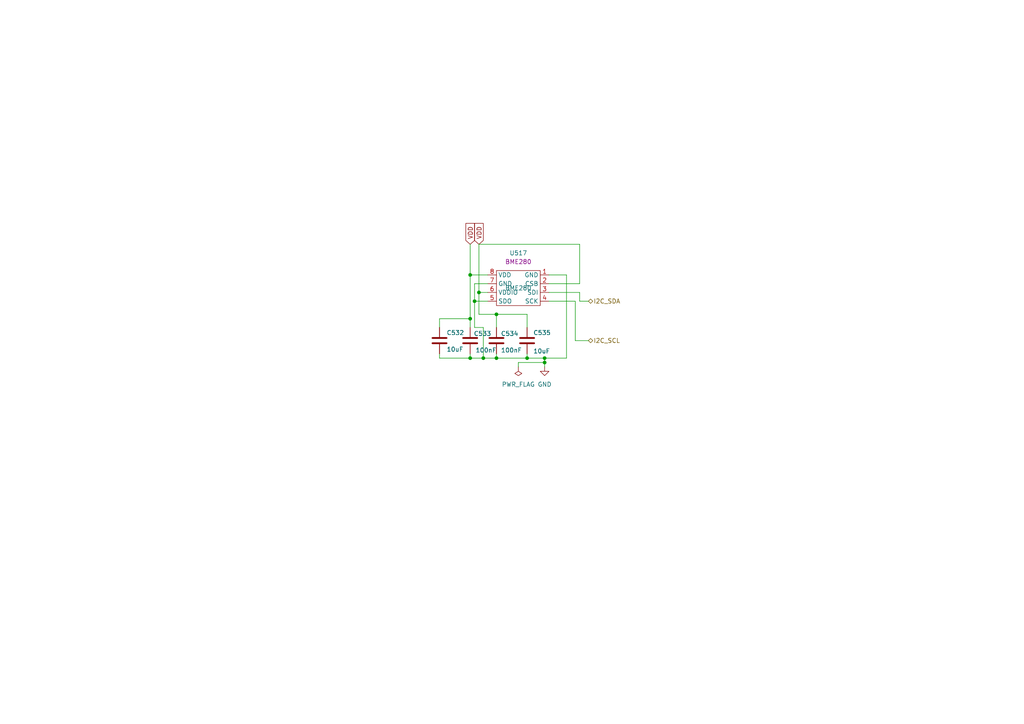
<source format=kicad_sch>
(kicad_sch (version 20231120) (generator "eeschema") (generator_version "8.0")
  (paper "A4")
  (lib_symbols
    (symbol "Device:C" (pin_numbers hide) (pin_names (offset 0.254))
      (property "Reference" "C" (at 0.635 2.54 0))
      (property "Value" "C" (at 0.635 -2.54 0))
      (symbol "C_0_1"
        (polyline (pts (xy -2.032 -0.762) (xy 2.032 -0.762)) (stroke (width 0.508)))
        (polyline (pts (xy -2.032 0.762) (xy 2.032 0.762)) (stroke (width 0.508)))
      )
      (symbol "C_1_1"
        (pin passive line (at 0 3.81 270) (length 2.794) (name "~") (number "1"))
        (pin passive line (at 0 -3.81 90) (length 2.794) (name "~") (number "2"))
      )
    )
    (symbol "WOBCLibrary:BME280"
      (property "Reference" "U" (at 0 10.16 0))
      (property "シンボル名" "BME280" (at 0 7.62 0))
      (symbol "BME280_0_1"
        (rectangle (start -6.35 5.08) (end 6.35 -5.08))
      )
      (symbol "BME280_1_1"
        (pin input line (at 8.89 3.81 180) (length 2.54) (name "GND") (number "1"))
        (pin input line (at 8.89 1.27 180) (length 2.54) (name "CSB") (number "2"))
        (pin input line (at 8.89 -1.27 180) (length 2.54) (name "SDI") (number "3"))
        (pin input line (at 8.89 -3.81 180) (length 2.54) (name "SCK") (number "4"))
        (pin input line (at -8.89 -3.81 0) (length 2.54) (name "SDO") (number "5"))
        (pin input line (at -8.89 -1.27 0) (length 2.54) (name "VDDIO") (number "6"))
        (pin input line (at -8.89 1.27 0) (length 2.54) (name "GND") (number "7"))
        (pin input line (at -8.89 3.81 0) (length 2.54) (name "VDD") (number "8"))
      )
    )
    (symbol "power:GND" (power) (pin_names (offset 0))
      (property "Value" "GND" (at 0 -3.81 0))
      (symbol "GND_0_1"
        (polyline (pts (xy 0 0) (xy 0 -1.27) (xy 1.27 -1.27) (xy 0 -2.54) (xy -1.27 -1.27) (xy 0 -1.27)))
      )
      (symbol "GND_1_1"
        (pin power_in line (at 0 0 270) (length 0) hide (name "GND") (number "1"))
      )
    )
    (symbol "power:PWR_FLAG" (power) (pin_numbers hide) (pin_names (offset 0) hide)
      (property "Value" "PWR_FLAG" (at 0 3.81 0))
      (symbol "PWR_FLAG_0_0"
        (pin power_out line (at 0 0 90) (length 0) (name "pwr") (number "1"))
      )
      (symbol "PWR_FLAG_0_1"
        (polyline (pts (xy 0 0) (xy 0 1.27) (xy -1.016 1.905) (xy 0 2.54) (xy 1.016 1.905) (xy 0 1.27)))
      )
    )
  )
  (junction (at 152.8806 103.8726))
  (junction (at 157.9606 105.1426))
  (junction (at 157.9606 103.8726))
  (junction (at 140.1806 103.8726))
  (junction (at 143.9906 103.8726))
  (junction (at 137.6406 87.3626))
  (junction (at 136.3706 79.7426))
  (junction (at 138.9106 84.8226))
  (junction (at 136.3706 103.8726))
  (junction (at 143.9906 91.1726))
  (junction (at 136.3706 92.4426))
  (wire (pts (xy 137.6406 94.9826) (xy 140.1806 94.9826)))
  (wire (pts (xy 137.6406 87.3626) (xy 141.4506 87.3626)))
  (wire (pts (xy 152.8806 91.1726) (xy 143.9906 91.1726)))
  (wire (pts (xy 138.9106 84.8226) (xy 141.4506 84.8226)))
  (wire (pts (xy 168.1206 84.8226) (xy 168.1206 87.3626)))
  (wire (pts (xy 166.8506 98.7926) (xy 170.6606 98.7926)))
  (wire (pts (xy 136.3706 92.4426) (xy 136.3706 94.9826)))
  (wire (pts (xy 127.4806 92.4426) (xy 136.3706 92.4426)))
  (wire (pts (xy 143.9906 91.1726) (xy 143.9906 94.9826)))
  (wire (pts (xy 150.3406 106.4126) (xy 150.3406 105.1426)))
  (wire (pts (xy 159.2306 84.8226) (xy 168.1206 84.8226)))
  (wire (pts (xy 138.9106 91.1726) (xy 143.9906 91.1726)))
  (wire (pts (xy 136.3706 79.7426) (xy 136.3706 92.4426)))
  (wire (pts (xy 152.8806 94.9826) (xy 152.8806 91.1726)))
  (wire (pts (xy 137.6406 82.2826) (xy 137.6406 87.3626)))
  (wire (pts (xy 138.9106 70.8526) (xy 138.9106 84.8226)))
  (wire (pts (xy 127.4806 103.8726) (xy 136.3706 103.8726)))
  (wire (pts (xy 143.9906 102.6026) (xy 143.9906 103.8726)))
  (wire (pts (xy 137.6406 87.3626) (xy 137.6406 94.9826)))
  (wire (pts (xy 150.3406 105.1426) (xy 157.9606 105.1426)))
  (wire (pts (xy 138.9106 84.8226) (xy 138.9106 91.1726)))
  (wire (pts (xy 136.3706 70.8526) (xy 136.3706 79.7426)))
  (wire (pts (xy 157.9606 103.8726) (xy 164.3106 103.8726)))
  (wire (pts (xy 168.1206 70.8526) (xy 168.1206 82.2826)))
  (wire (pts (xy 140.1806 103.8726) (xy 143.9906 103.8726)))
  (wire (pts (xy 159.2306 87.3626) (xy 166.8506 87.3626)))
  (wire (pts (xy 164.3106 103.8726) (xy 164.3106 79.7426)))
  (wire (pts (xy 152.8806 102.6026) (xy 152.8806 103.8726)))
  (wire (pts (xy 168.1206 82.2826) (xy 159.2306 82.2826)))
  (wire (pts (xy 138.9106 70.8526) (xy 168.1206 70.8526)))
  (wire (pts (xy 164.3106 79.7426) (xy 159.2306 79.7426)))
  (wire (pts (xy 141.4506 82.2826) (xy 137.6406 82.2826)))
  (wire (pts (xy 152.8806 103.8726) (xy 157.9606 103.8726)))
  (wire (pts (xy 157.9606 105.1426) (xy 157.9606 106.4126)))
  (wire (pts (xy 143.9906 103.8726) (xy 152.8806 103.8726)))
  (wire (pts (xy 127.4806 94.9826) (xy 127.4806 92.4426)))
  (wire (pts (xy 136.3706 102.6026) (xy 136.3706 103.8726)))
  (wire (pts (xy 157.9606 103.8726) (xy 157.9606 105.1426)))
  (wire (pts (xy 136.3706 103.8726) (xy 140.1806 103.8726)))
  (wire (pts (xy 140.1806 94.9826) (xy 140.1806 103.8726)))
  (wire (pts (xy 168.1206 87.3626) (xy 170.6606 87.3626)))
  (wire (pts (xy 166.8506 87.3626) (xy 166.8506 98.7926)))
  (wire (pts (xy 136.3706 79.7426) (xy 141.4506 79.7426)))
  (wire (pts (xy 127.4806 102.6026) (xy 127.4806 103.8726)))
  (global_label "VDD" (shape input) (at 136.3706 70.8526 90) (property "Intersheetrefs" "${INTERSHEET_REFS}" (effects (hide yes))))
  (global_label "VDD" (shape input) (at 138.9106 70.8526 90) (property "Intersheetrefs" "${INTERSHEET_REFS}" (effects (hide yes))))
  (hierarchical_label "I2C_SCL" (shape bidirectional) (at 170.6606 98.7926 0))
  (hierarchical_label "I2C_SDA" (shape bidirectional) (at 170.6606 87.3626 0))
  (symbol (lib_id "power:PWR_FLAG") (at 150.3406 106.4126 180) (unit 1)
    (property "Reference" "#FLG0501" (effects (hide yes)))
    (property "Value" "PWR_FLAG" (at 150.3406 111.4926 0))
    (instances (project "MissionBus" (path "" (reference "#FLG0501") (unit 1))) (project "MissionBus" (path "" (reference "#FLG03001") (unit 1))))
  )
  (symbol (lib_id "Device:C") (at 127.4806 98.7926 0) (unit 1)
    (property "Reference" "C532" (at 129.5126 96.5066 0) (effects (justify left)))
    (property "Value" "10uF" (at 129.5126 101.3326 0) (effects (justify left)))
    (property "Footprint" "Capacitor_SMD:C_0603_1608Metric" (effects (hide yes)))
    (property "LCSC" "C96446" (effects (hide yes)))
    (instances (project "MissionBus" (path "" (reference "C532") (unit 1))) (project "MissionBus" (path "" (reference "C3001") (unit 1))))
  )
  (symbol (lib_id "Device:C") (at 136.3706 98.7926 0) (unit 1)
    (property "Reference" "C533" (at 137.3866 96.7606 0) (effects (justify left)))
    (property "Value" "100nF" (at 137.8946 101.5866 0) (effects (justify left)))
    (property "Footprint" "Capacitor_SMD:C_0402_1005Metric" (effects (hide yes)))
    (property "LCSC" "C1525" (effects (hide yes)))
    (instances (project "MissionBus" (path "" (reference "C533") (unit 1))) (project "MissionBus" (path "" (reference "C3002") (unit 1))))
  )
  (symbol (lib_id "WOBCLibrary:BME280") (at 150.3406 83.5526 0) (unit 1)
    (property "Reference" "U517" (at 150.3406 73.3926 0))
    (property "Value" "BME280" (at 150.3406 83.5526 0))
    (property "Footprint" "WOBCLibrary:BME280" (effects (hide yes)))
    (property "シンボル名" "BME280" (at 150.3406 75.9326 0))
    (property "LCSC" "C92489" (effects (hide yes)))
    (instances (project "MissionBus" (path "" (reference "U517") (unit 1))) (project "MissionBus" (path "" (reference "U3001") (unit 1))))
  )
  (symbol (lib_id "power:GND") (at 157.9606 106.4126 0) (unit 1)
    (property "Reference" "#PWR0589" (effects (hide yes)))
    (property "Value" "GND" (at 157.9606 111.4926 0))
    (instances (project "MissionBus" (path "" (reference "#PWR0589") (unit 1))) (project "MissionBus" (path "" (reference "#PWR03001") (unit 1))))
  )
  (symbol (lib_id "Device:C") (at 152.8806 98.7926 0) (unit 1)
    (property "Reference" "C535" (at 154.6586 96.5066 0) (effects (justify left)))
    (property "Value" "10uF" (at 154.6586 101.8406 0) (effects (justify left)))
    (property "Footprint" "Capacitor_SMD:C_0603_1608Metric" (effects (hide yes)))
    (property "LCSC" "C96446" (effects (hide yes)))
    (instances (project "MissionBus" (path "" (reference "C535") (unit 1))) (project "MissionBus" (path "" (reference "C3004") (unit 1))))
  )
  (symbol (lib_id "Device:C") (at 143.9906 98.7926 0) (unit 1)
    (property "Reference" "C534" (at 145.2606 96.7606 0) (effects (justify left)))
    (property "Value" "100nF" (at 145.2606 101.5866 0) (effects (justify left)))
    (property "Footprint" "Capacitor_SMD:C_0402_1005Metric" (effects (hide yes)))
    (property "LCSC" "C1525" (effects (hide yes)))
    (instances (project "MissionBus" (path "" (reference "C534") (unit 1))) (project "MissionBus" (path "" (reference "C3003") (unit 1))))
  )
)
</source>
